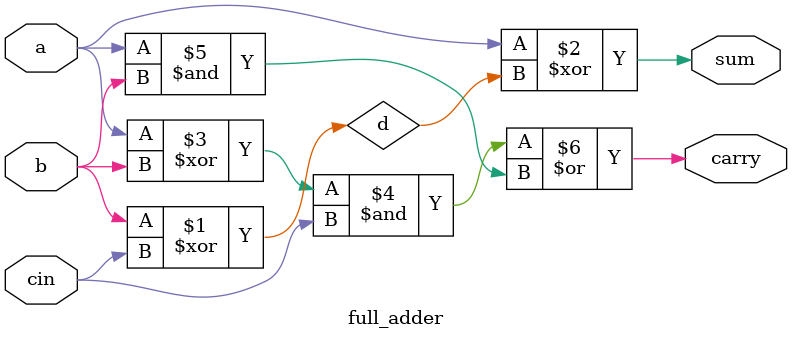
<source format=v>
`timescale 1ns / 1ps

module full_adder(
input a,b,cin,
output sum,carry
);
wire d;
    
assign   d = b ^ cin ;
assign   sum =  a ^ d;
assign   carry = ((a^b)&cin)|(a&b);
                
endmodule

</source>
